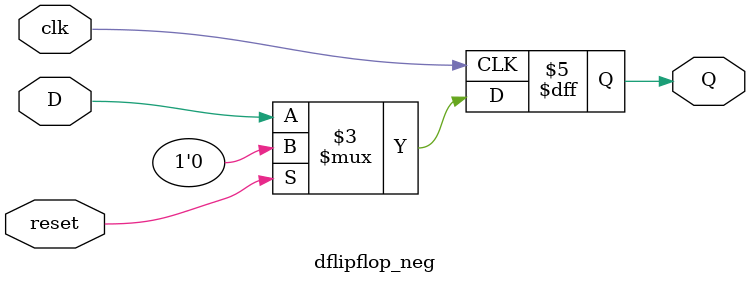
<source format=v>
`timescale 1ns / 1ps


module dflipflop_neg( input clk,input reset,input D,output reg Q

    );
    always @(negedge clk) begin
    if(reset) begin
       Q<=0;
    end
    else begin
    Q<=D;
    end
    end
endmodule

</source>
